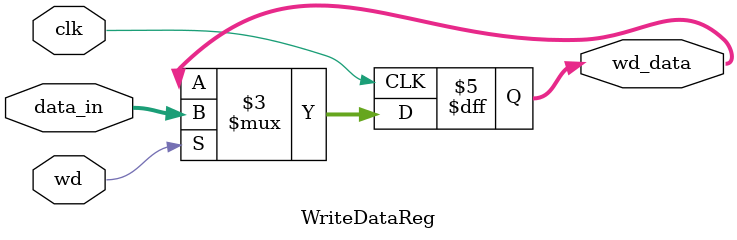
<source format=v>
module WriteDataReg(data_in, clk,wd, wd_data);  //WRITE DATA REGISTER
input [7:0] data_in; // Data from RAM
input clk,wd;
output reg [7:0]  wd_data; // Output of the read data register

   
always @ (posedge clk) 
	begin
      if (wd)
         wd_data=data_in;
      else
         wd_data=wd_data;
   end

endmodule
</source>
